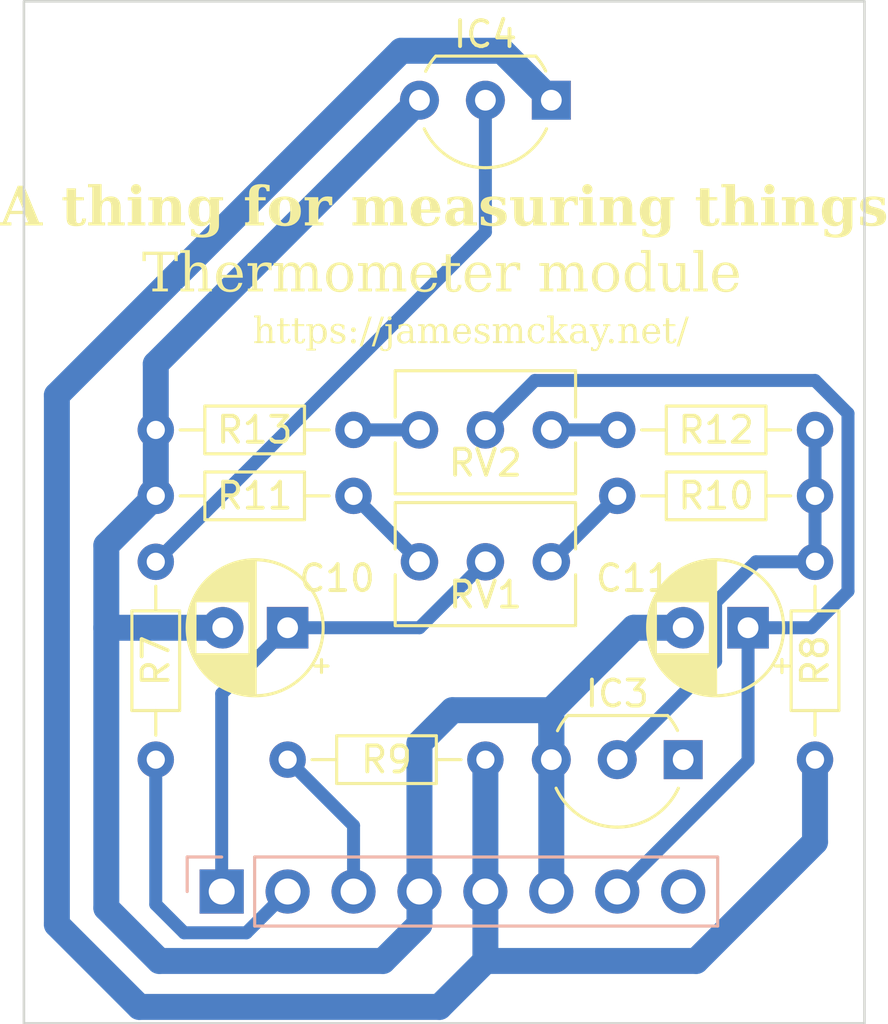
<source format=kicad_pcb>
(kicad_pcb (version 20221018) (generator pcbnew)
  (layers (0 "F.Cu" signal) (31 "B.Cu" signal) (34 "B.Paste" user) (35 "F.Paste" user) (36 "B.SilkS" user "B.Silkscreen") (37 "F.SilkS" user "F.Silkscreen") (38 "B.Mask" user) (39 "F.Mask" user) (44 "Edge.Cuts" user))
  (net 0 "")
  (net 1 "Net-(IC3-K)")
  (net 2 "Net-(R10-Pad2)")
  (net 3 "Net-(R11-Pad1)")
  (net 4 "Net-(R12-Pad2)")
  (net 5 "Net-(R13-Pad1)")
  (net 6 "Net-(J5-Pin_1)")
  (net 7 "Net-(J5-Pin_7)")
  (net 8 "Net-(IC3-A)")
  (net 9 "Net-(IC4-+V_{S})")
  (net 10 "Net-(IC4-V_{OUT})")
  (net 11 "Net-(J5-Pin_2)")
  (net 13 "Net-(J5-Pin_3)")
  (footprint "Resistor_THT:R_Axial_DIN0204_L3.6mm_D1.6mm_P7.62mm_Horizontal" (layer "F.Cu") (at 153.9875 74.295 180)
    (fp_text reference "R9" (at 3.81 0) (layer "F.SilkS"))
    (fp_text value "27k" hide)
    (fp_line (start 0.94 0) (end 1.89 0) (stroke (width 0.12)) (layer "F.SilkS"))
    (fp_line (start 1.89 -0.92) (end 1.89 0.92) (stroke (width 0.12)) (layer "F.SilkS"))
    (fp_line (start 1.89 0.92) (end 5.73 0.92) (stroke (width 0.12)) (layer "F.SilkS"))
    (fp_line (start 5.73 -0.92) (end 1.89 -0.92) (stroke (width 0.12)) (layer "F.SilkS"))
    (fp_line (start 5.73 0.92) (end 5.73 -0.92) (stroke (width 0.12)) (layer "F.SilkS"))
    (fp_line (start 6.68 0) (end 5.73 0) (stroke (width 0.12)) (layer "F.SilkS"))
    (pad "1" thru_hole circle (at 0 0 180) (size 1.4 1.4) (drill 0.7) (layers "*.Cu" "*.Mask") (net 9 "Net-(IC4-+V_{S})"))
    (pad "2" thru_hole oval (at 7.62 0 180) (size 1.4 1.4) (drill 0.7) (layers "*.Cu" "*.Mask") (net 13 "Net-(J5-Pin_3)"))
  )
  (footprint "Package_TO_SOT_THT:TO-92L_Inline_Wide" (layer "F.Cu") (at 156.5275 48.895 180)
    (fp_text reference "IC4" (at 2.54 2.54 180) (layer "F.SilkS"))
    (fp_text value "TMP36" hide)
    (fp_line (start 0.6 1.7) (end 4.45 1.7) (stroke (width 0.12)) (layer "F.SilkS"))
    (fp_arc (start 0.1836 -1.098807) (mid 1.143021 -2.192817) (end 2.54 -2.6) (stroke (width 0.12)) (layer "F.SilkS"))
    (fp_arc (start 0.6 1.7) (mid 0.389183 1.423933) (end 0.217369 1.122045) (stroke (width 0.12)) (layer "F.SilkS"))
    (fp_arc (start 2.54 -2.6) (mid 3.936979 -2.192818) (end 4.8964 -1.098807) (stroke (width 0.12)) (layer "F.SilkS"))
    (fp_arc (start 4.842383 1.112264) (mid 4.666594 1.419753) (end 4.45 1.7) (stroke (width 0.12)) (layer "F.SilkS"))
    (pad "1" thru_hole rect (at 0 0 180) (size 1.5 1.5) (drill 0.8) (layers "*.Cu" "*.Mask") (net 9 "Net-(IC4-+V_{S})"))
    (pad "2" thru_hole circle (at 2.54 0 180) (size 1.5 1.5) (drill 0.8) (layers "*.Cu" "*.Mask") (net 10 "Net-(IC4-V_{OUT})"))
    (pad "3" thru_hole circle (at 5.08 0 180) (size 1.5 1.5) (drill 0.8) (layers "*.Cu" "*.Mask") (net 8 "Net-(IC3-A)"))
  )
  (footprint "Resistor_THT:R_Axial_DIN0204_L3.6mm_D1.6mm_P7.62mm_Horizontal" (layer "F.Cu") (at 166.6875 64.135 180)
    (fp_text reference "R10" (at 3.81 0) (layer "F.SilkS"))
    (fp_text value "100k" hide)
    (fp_line (start 0.94 0) (end 1.89 0) (stroke (width 0.12)) (layer "F.SilkS"))
    (fp_line (start 1.89 -0.92) (end 1.89 0.92) (stroke (width 0.12)) (layer "F.SilkS"))
    (fp_line (start 1.89 0.92) (end 5.73 0.92) (stroke (width 0.12)) (layer "F.SilkS"))
    (fp_line (start 5.73 -0.92) (end 1.89 -0.92) (stroke (width 0.12)) (layer "F.SilkS"))
    (fp_line (start 5.73 0.92) (end 5.73 -0.92) (stroke (width 0.12)) (layer "F.SilkS"))
    (fp_line (start 6.68 0) (end 5.73 0) (stroke (width 0.12)) (layer "F.SilkS"))
    (pad "1" thru_hole circle (at 0 0 180) (size 1.4 1.4) (drill 0.7) (layers "*.Cu" "*.Mask") (net 1 "Net-(IC3-K)"))
    (pad "2" thru_hole oval (at 7.62 0 180) (size 1.4 1.4) (drill 0.7) (layers "*.Cu" "*.Mask") (net 2 "Net-(R10-Pad2)"))
  )
  (footprint "Resistor_THT:R_Axial_DIN0204_L3.6mm_D1.6mm_P7.62mm_Horizontal" (layer "F.Cu") (at 166.6875 61.595 180)
    (fp_text reference "R12" (at 3.81 0) (layer "F.SilkS"))
    (fp_text value "20k" hide)
    (fp_line (start 0.94 0) (end 1.89 0) (stroke (width 0.12)) (layer "F.SilkS"))
    (fp_line (start 1.89 -0.92) (end 1.89 0.92) (stroke (width 0.12)) (layer "F.SilkS"))
    (fp_line (start 1.89 0.92) (end 5.73 0.92) (stroke (width 0.12)) (layer "F.SilkS"))
    (fp_line (start 5.73 -0.92) (end 1.89 -0.92) (stroke (width 0.12)) (layer "F.SilkS"))
    (fp_line (start 5.73 0.92) (end 5.73 -0.92) (stroke (width 0.12)) (layer "F.SilkS"))
    (fp_line (start 6.68 0) (end 5.73 0) (stroke (width 0.12)) (layer "F.SilkS"))
    (pad "1" thru_hole circle (at 0 0 180) (size 1.4 1.4) (drill 0.7) (layers "*.Cu" "*.Mask") (net 1 "Net-(IC3-K)"))
    (pad "2" thru_hole oval (at 7.62 0 180) (size 1.4 1.4) (drill 0.7) (layers "*.Cu" "*.Mask") (net 4 "Net-(R12-Pad2)"))
  )
  (footprint "Capacitor_THT:CP_Radial_D5.0mm_P2.50mm" (layer "F.Cu") (at 164.1075 69.215 180)
    (fp_text reference "C11" (at 4.405 1.905) (layer "F.SilkS"))
    (fp_text value "1uF" hide)
    (fp_line (start -1.554775 -1.475) (end -1.054775 -1.475) (stroke (width 0.12)) (layer "F.SilkS"))
    (fp_line (start -1.304775 -1.725) (end -1.304775 -1.225) (stroke (width 0.12)) (layer "F.SilkS"))
    (fp_line (start 1.25 -2.58) (end 1.25 2.58) (stroke (width 0.12)) (layer "F.SilkS"))
    (fp_line (start 1.29 -2.58) (end 1.29 2.58) (stroke (width 0.12)) (layer "F.SilkS"))
    (fp_line (start 1.33 -2.579) (end 1.33 2.579) (stroke (width 0.12)) (layer "F.SilkS"))
    (fp_line (start 1.37 -2.578) (end 1.37 2.578) (stroke (width 0.12)) (layer "F.SilkS"))
    (fp_line (start 1.41 -2.576) (end 1.41 2.576) (stroke (width 0.12)) (layer "F.SilkS"))
    (fp_line (start 1.45 -2.573) (end 1.45 2.573) (stroke (width 0.12)) (layer "F.SilkS"))
    (fp_line (start 1.49 -2.569) (end 1.49 -1.04) (stroke (width 0.12)) (layer "F.SilkS"))
    (fp_line (start 1.49 1.04) (end 1.49 2.569) (stroke (width 0.12)) (layer "F.SilkS"))
    (fp_line (start 1.53 -2.565) (end 1.53 -1.04) (stroke (width 0.12)) (layer "F.SilkS"))
    (fp_line (start 1.53 1.04) (end 1.53 2.565) (stroke (width 0.12)) (layer "F.SilkS"))
    (fp_line (start 1.57 -2.561) (end 1.57 -1.04) (stroke (width 0.12)) (layer "F.SilkS"))
    (fp_line (start 1.57 1.04) (end 1.57 2.561) (stroke (width 0.12)) (layer "F.SilkS"))
    (fp_line (start 1.61 -2.556) (end 1.61 -1.04) (stroke (width 0.12)) (layer "F.SilkS"))
    (fp_line (start 1.61 1.04) (end 1.61 2.556) (stroke (width 0.12)) (layer "F.SilkS"))
    (fp_line (start 1.65 -2.55) (end 1.65 -1.04) (stroke (width 0.12)) (layer "F.SilkS"))
    (fp_line (start 1.65 1.04) (end 1.65 2.55) (stroke (width 0.12)) (layer "F.SilkS"))
    (fp_line (start 1.69 -2.543) (end 1.69 -1.04) (stroke (width 0.12)) (layer "F.SilkS"))
    (fp_line (start 1.69 1.04) (end 1.69 2.543) (stroke (width 0.12)) (layer "F.SilkS"))
    (fp_line (start 1.73 -2.536) (end 1.73 -1.04) (stroke (width 0.12)) (layer "F.SilkS"))
    (fp_line (start 1.73 1.04) (end 1.73 2.536) (stroke (width 0.12)) (layer "F.SilkS"))
    (fp_line (start 1.77 -2.528) (end 1.77 -1.04) (stroke (width 0.12)) (layer "F.SilkS"))
    (fp_line (start 1.77 1.04) (end 1.77 2.528) (stroke (width 0.12)) (layer "F.SilkS"))
    (fp_line (start 1.81 -2.52) (end 1.81 -1.04) (stroke (width 0.12)) (layer "F.SilkS"))
    (fp_line (start 1.81 1.04) (end 1.81 2.52) (stroke (width 0.12)) (layer "F.SilkS"))
    (fp_line (start 1.85 -2.511) (end 1.85 -1.04) (stroke (width 0.12)) (layer "F.SilkS"))
    (fp_line (start 1.85 1.04) (end 1.85 2.511) (stroke (width 0.12)) (layer "F.SilkS"))
    (fp_line (start 1.89 -2.501) (end 1.89 -1.04) (stroke (width 0.12)) (layer "F.SilkS"))
    (fp_line (start 1.89 1.04) (end 1.89 2.501) (stroke (width 0.12)) (layer "F.SilkS"))
    (fp_line (start 1.93 -2.491) (end 1.93 -1.04) (stroke (width 0.12)) (layer "F.SilkS"))
    (fp_line (start 1.93 1.04) (end 1.93 2.491) (stroke (width 0.12)) (layer "F.SilkS"))
    (fp_line (start 1.971 -2.48) (end 1.971 -1.04) (stroke (width 0.12)) (layer "F.SilkS"))
    (fp_line (start 1.971 1.04) (end 1.971 2.48) (stroke (width 0.12)) (layer "F.SilkS"))
    (fp_line (start 2.011 -2.468) (end 2.011 -1.04) (stroke (width 0.12)) (layer "F.SilkS"))
    (fp_line (start 2.011 1.04) (end 2.011 2.468) (stroke (width 0.12)) (layer "F.SilkS"))
    (fp_line (start 2.051 -2.455) (end 2.051 -1.04) (stroke (width 0.12)) (layer "F.SilkS"))
    (fp_line (start 2.051 1.04) (end 2.051 2.455) (stroke (width 0.12)) (layer "F.SilkS"))
    (fp_line (start 2.091 -2.442) (end 2.091 -1.04) (stroke (width 0.12)) (layer "F.SilkS"))
    (fp_line (start 2.091 1.04) (end 2.091 2.442) (stroke (width 0.12)) (layer "F.SilkS"))
    (fp_line (start 2.131 -2.428) (end 2.131 -1.04) (stroke (width 0.12)) (layer "F.SilkS"))
    (fp_line (start 2.131 1.04) (end 2.131 2.428) (stroke (width 0.12)) (layer "F.SilkS"))
    (fp_line (start 2.171 -2.414) (end 2.171 -1.04) (stroke (width 0.12)) (layer "F.SilkS"))
    (fp_line (start 2.171 1.04) (end 2.171 2.414) (stroke (width 0.12)) (layer "F.SilkS"))
    (fp_line (start 2.211 -2.398) (end 2.211 -1.04) (stroke (width 0.12)) (layer "F.SilkS"))
    (fp_line (start 2.211 1.04) (end 2.211 2.398) (stroke (width 0.12)) (layer "F.SilkS"))
    (fp_line (start 2.251 -2.382) (end 2.251 -1.04) (stroke (width 0.12)) (layer "F.SilkS"))
    (fp_line (start 2.251 1.04) (end 2.251 2.382) (stroke (width 0.12)) (layer "F.SilkS"))
    (fp_line (start 2.291 -2.365) (end 2.291 -1.04) (stroke (width 0.12)) (layer "F.SilkS"))
    (fp_line (start 2.291 1.04) (end 2.291 2.365) (stroke (width 0.12)) (layer "F.SilkS"))
    (fp_line (start 2.331 -2.348) (end 2.331 -1.04) (stroke (width 0.12)) (layer "F.SilkS"))
    (fp_line (start 2.331 1.04) (end 2.331 2.348) (stroke (width 0.12)) (layer "F.SilkS"))
    (fp_line (start 2.371 -2.329) (end 2.371 -1.04) (stroke (width 0.12)) (layer "F.SilkS"))
    (fp_line (start 2.371 1.04) (end 2.371 2.329) (stroke (width 0.12)) (layer "F.SilkS"))
    (fp_line (start 2.411 -2.31) (end 2.411 -1.04) (stroke (width 0.12)) (layer "F.SilkS"))
    (fp_line (start 2.411 1.04) (end 2.411 2.31) (stroke (width 0.12)) (layer "F.SilkS"))
    (fp_line (start 2.451 -2.29) (end 2.451 -1.04) (stroke (width 0.12)) (layer "F.SilkS"))
    (fp_line (start 2.451 1.04) (end 2.451 2.29) (stroke (width 0.12)) (layer "F.SilkS"))
    (fp_line (start 2.491 -2.268) (end 2.491 -1.04) (stroke (width 0.12)) (layer "F.SilkS"))
    (fp_line (start 2.491 1.04) (end 2.491 2.268) (stroke (width 0.12)) (layer "F.SilkS"))
    (fp_line (start 2.531 -2.247) (end 2.531 -1.04) (stroke (width 0.12)) (layer "F.SilkS"))
    (fp_line (start 2.531 1.04) (end 2.531 2.247) (stroke (width 0.12)) (layer "F.SilkS"))
    (fp_line (start 2.571 -2.224) (end 2.571 -1.04) (stroke (width 0.12)) (layer "F.SilkS"))
    (fp_line (start 2.571 1.04) (end 2.571 2.224) (stroke (width 0.12)) (layer "F.SilkS"))
    (fp_line (start 2.611 -2.2) (end 2.611 -1.04) (stroke (width 0.12)) (layer "F.SilkS"))
    (fp_line (start 2.611 1.04) (end 2.611 2.2) (stroke (width 0.12)) (layer "F.SilkS"))
    (fp_line (start 2.651 -2.175) (end 2.651 -1.04) (stroke (width 0.12)) (layer "F.SilkS"))
    (fp_line (start 2.651 1.04) (end 2.651 2.175) (stroke (width 0.12)) (layer "F.SilkS"))
    (fp_line (start 2.691 -2.149) (end 2.691 -1.04) (stroke (width 0.12)) (layer "F.SilkS"))
    (fp_line (start 2.691 1.04) (end 2.691 2.149) (stroke (width 0.12)) (layer "F.SilkS"))
    (fp_line (start 2.731 -2.122) (end 2.731 -1.04) (stroke (width 0.12)) (layer "F.SilkS"))
    (fp_line (start 2.731 1.04) (end 2.731 2.122) (stroke (width 0.12)) (layer "F.SilkS"))
    (fp_line (start 2.771 -2.095) (end 2.771 -1.04) (stroke (width 0.12)) (layer "F.SilkS"))
    (fp_line (start 2.771 1.04) (end 2.771 2.095) (stroke (width 0.12)) (layer "F.SilkS"))
    (fp_line (start 2.811 -2.065) (end 2.811 -1.04) (stroke (width 0.12)) (layer "F.SilkS"))
    (fp_line (start 2.811 1.04) (end 2.811 2.065) (stroke (width 0.12)) (layer "F.SilkS"))
    (fp_line (start 2.851 -2.035) (end 2.851 -1.04) (stroke (width 0.12)) (layer "F.SilkS"))
    (fp_line (start 2.851 1.04) (end 2.851 2.035) (stroke (width 0.12)) (layer "F.SilkS"))
    (fp_line (start 2.891 -2.004) (end 2.891 -1.04) (stroke (width 0.12)) (layer "F.SilkS"))
    (fp_line (start 2.891 1.04) (end 2.891 2.004) (stroke (width 0.12)) (layer "F.SilkS"))
    (fp_line (start 2.931 -1.971) (end 2.931 -1.04) (stroke (width 0.12)) (layer "F.SilkS"))
    (fp_line (start 2.931 1.04) (end 2.931 1.971) (stroke (width 0.12)) (layer "F.SilkS"))
    (fp_line (start 2.971 -1.937) (end 2.971 -1.04) (stroke (width 0.12)) (layer "F.SilkS"))
    (fp_line (start 2.971 1.04) (end 2.971 1.937) (stroke (width 0.12)) (layer "F.SilkS"))
    (fp_line (start 3.011 -1.901) (end 3.011 -1.04) (stroke (width 0.12)) (layer "F.SilkS"))
    (fp_line (start 3.011 1.04) (end 3.011 1.901) (stroke (width 0.12)) (layer "F.SilkS"))
    (fp_line (start 3.051 -1.864) (end 3.051 -1.04) (stroke (width 0.12)) (layer "F.SilkS"))
    (fp_line (start 3.051 1.04) (end 3.051 1.864) (stroke (width 0.12)) (layer "F.SilkS"))
    (fp_line (start 3.091 -1.826) (end 3.091 -1.04) (stroke (width 0.12)) (layer "F.SilkS"))
    (fp_line (start 3.091 1.04) (end 3.091 1.826) (stroke (width 0.12)) (layer "F.SilkS"))
    (fp_line (start 3.131 -1.785) (end 3.131 -1.04) (stroke (width 0.12)) (layer "F.SilkS"))
    (fp_line (start 3.131 1.04) (end 3.131 1.785) (stroke (width 0.12)) (layer "F.SilkS"))
    (fp_line (start 3.171 -1.743) (end 3.171 -1.04) (stroke (width 0.12)) (layer "F.SilkS"))
    (fp_line (start 3.171 1.04) (end 3.171 1.743) (stroke (width 0.12)) (layer "F.SilkS"))
    (fp_line (start 3.211 -1.699) (end 3.211 -1.04) (stroke (width 0.12)) (layer "F.SilkS"))
    (fp_line (start 3.211 1.04) (end 3.211 1.699) (stroke (width 0.12)) (layer "F.SilkS"))
    (fp_line (start 3.251 -1.653) (end 3.251 -1.04) (stroke (width 0.12)) (layer "F.SilkS"))
    (fp_line (start 3.251 1.04) (end 3.251 1.653) (stroke (width 0.12)) (layer "F.SilkS"))
    (fp_line (start 3.291 -1.605) (end 3.291 -1.04) (stroke (width 0.12)) (layer "F.SilkS"))
    (fp_line (start 3.291 1.04) (end 3.291 1.605) (stroke (width 0.12)) (layer "F.SilkS"))
    (fp_line (start 3.331 -1.554) (end 3.331 -1.04) (stroke (width 0.12)) (layer "F.SilkS"))
    (fp_line (start 3.331 1.04) (end 3.331 1.554) (stroke (width 0.12)) (layer "F.SilkS"))
    (fp_line (start 3.371 -1.5) (end 3.371 -1.04) (stroke (width 0.12)) (layer "F.SilkS"))
    (fp_line (start 3.371 1.04) (end 3.371 1.5) (stroke (width 0.12)) (layer "F.SilkS"))
    (fp_line (start 3.411 -1.443) (end 3.411 -1.04) (stroke (width 0.12)) (layer "F.SilkS"))
    (fp_line (start 3.411 1.04) (end 3.411 1.443) (stroke (width 0.12)) (layer "F.SilkS"))
    (fp_line (start 3.451 -1.383) (end 3.451 -1.04) (stroke (width 0.12)) (layer "F.SilkS"))
    (fp_line (start 3.451 1.04) (end 3.451 1.383) (stroke (width 0.12)) (layer "F.SilkS"))
    (fp_line (start 3.491 -1.319) (end 3.491 -1.04) (stroke (width 0.12)) (layer "F.SilkS"))
    (fp_line (start 3.491 1.04) (end 3.491 1.319) (stroke (width 0.12)) (layer "F.SilkS"))
    (fp_line (start 3.531 -1.251) (end 3.531 -1.04) (stroke (width 0.12)) (layer "F.SilkS"))
    (fp_line (start 3.531 1.04) (end 3.531 1.251) (stroke (width 0.12)) (layer "F.SilkS"))
    (fp_line (start 3.571 -1.178) (end 3.571 1.178) (stroke (width 0.12)) (layer "F.SilkS"))
    (fp_line (start 3.611 -1.098) (end 3.611 1.098) (stroke (width 0.12)) (layer "F.SilkS"))
    (fp_line (start 3.651 -1.011) (end 3.651 1.011) (stroke (width 0.12)) (layer "F.SilkS"))
    (fp_line (start 3.691 -0.915) (end 3.691 0.915) (stroke (width 0.12)) (layer "F.SilkS"))
    (fp_line (start 3.731 -0.805) (end 3.731 0.805) (stroke (width 0.12)) (layer "F.SilkS"))
    (fp_line (start 3.771 -0.677) (end 3.771 0.677) (stroke (width 0.12)) (layer "F.SilkS"))
    (fp_line (start 3.811 -0.518) (end 3.811 0.518) (stroke (width 0.12)) (layer "F.SilkS"))
    (fp_line (start 3.851 -0.284) (end 3.851 0.284) (stroke (width 0.12)) (layer "F.SilkS"))
    (fp_circle (center 1.25 0) (end 3.87 0) (stroke (width 0.12)) (fill none) (layer "F.SilkS"))
    (pad "1" thru_hole rect (at 0 0 180) (size 1.6 1.6) (drill 0.8) (layers "*.Cu" "*.Mask") (net 7 "Net-(J5-Pin_7)"))
    (pad "2" thru_hole circle (at 2.5 0 180) (size 1.6 1.6) (drill 0.8) (layers "*.Cu" "*.Mask") (net 8 "Net-(IC3-A)"))
  )
  (footprint "Capacitor_THT:CP_Radial_D5.0mm_P2.50mm" (layer "F.Cu") (at 146.3675 69.215 180)
    (fp_text reference "C10" (at -1.905 1.905 180) (layer "F.SilkS"))
    (fp_text value "1uF" hide)
    (fp_line (start -1.554775 -1.475) (end -1.054775 -1.475) (stroke (width 0.12)) (layer "F.SilkS"))
    (fp_line (start -1.304775 -1.725) (end -1.304775 -1.225) (stroke (width 0.12)) (layer "F.SilkS"))
    (fp_line (start 1.25 -2.58) (end 1.25 2.58) (stroke (width 0.12)) (layer "F.SilkS"))
    (fp_line (start 1.29 -2.58) (end 1.29 2.58) (stroke (width 0.12)) (layer "F.SilkS"))
    (fp_line (start 1.33 -2.579) (end 1.33 2.579) (stroke (width 0.12)) (layer "F.SilkS"))
    (fp_line (start 1.37 -2.578) (end 1.37 2.578) (stroke (width 0.12)) (layer "F.SilkS"))
    (fp_line (start 1.41 -2.576) (end 1.41 2.576) (stroke (width 0.12)) (layer "F.SilkS"))
    (fp_line (start 1.45 -2.573) (end 1.45 2.573) (stroke (width 0.12)) (layer "F.SilkS"))
    (fp_line (start 1.49 -2.569) (end 1.49 -1.04) (stroke (width 0.12)) (layer "F.SilkS"))
    (fp_line (start 1.49 1.04) (end 1.49 2.569) (stroke (width 0.12)) (layer "F.SilkS"))
    (fp_line (start 1.53 -2.565) (end 1.53 -1.04) (stroke (width 0.12)) (layer "F.SilkS"))
    (fp_line (start 1.53 1.04) (end 1.53 2.565) (stroke (width 0.12)) (layer "F.SilkS"))
    (fp_line (start 1.57 -2.561) (end 1.57 -1.04) (stroke (width 0.12)) (layer "F.SilkS"))
    (fp_line (start 1.57 1.04) (end 1.57 2.561) (stroke (width 0.12)) (layer "F.SilkS"))
    (fp_line (start 1.61 -2.556) (end 1.61 -1.04) (stroke (width 0.12)) (layer "F.SilkS"))
    (fp_line (start 1.61 1.04) (end 1.61 2.556) (stroke (width 0.12)) (layer "F.SilkS"))
    (fp_line (start 1.65 -2.55) (end 1.65 -1.04) (stroke (width 0.12)) (layer "F.SilkS"))
    (fp_line (start 1.65 1.04) (end 1.65 2.55) (stroke (width 0.12)) (layer "F.SilkS"))
    (fp_line (start 1.69 -2.543) (end 1.69 -1.04) (stroke (width 0.12)) (layer "F.SilkS"))
    (fp_line (start 1.69 1.04) (end 1.69 2.543) (stroke (width 0.12)) (layer "F.SilkS"))
    (fp_line (start 1.73 -2.536) (end 1.73 -1.04) (stroke (width 0.12)) (layer "F.SilkS"))
    (fp_line (start 1.73 1.04) (end 1.73 2.536) (stroke (width 0.12)) (layer "F.SilkS"))
    (fp_line (start 1.77 -2.528) (end 1.77 -1.04) (stroke (width 0.12)) (layer "F.SilkS"))
    (fp_line (start 1.77 1.04) (end 1.77 2.528) (stroke (width 0.12)) (layer "F.SilkS"))
    (fp_line (start 1.81 -2.52) (end 1.81 -1.04) (stroke (width 0.12)) (layer "F.SilkS"))
    (fp_line (start 1.81 1.04) (end 1.81 2.52) (stroke (width 0.12)) (layer "F.SilkS"))
    (fp_line (start 1.85 -2.511) (end 1.85 -1.04) (stroke (width 0.12)) (layer "F.SilkS"))
    (fp_line (start 1.85 1.04) (end 1.85 2.511) (stroke (width 0.12)) (layer "F.SilkS"))
    (fp_line (start 1.89 -2.501) (end 1.89 -1.04) (stroke (width 0.12)) (layer "F.SilkS"))
    (fp_line (start 1.89 1.04) (end 1.89 2.501) (stroke (width 0.12)) (layer "F.SilkS"))
    (fp_line (start 1.93 -2.491) (end 1.93 -1.04) (stroke (width 0.12)) (layer "F.SilkS"))
    (fp_line (start 1.93 1.04) (end 1.93 2.491) (stroke (width 0.12)) (layer "F.SilkS"))
    (fp_line (start 1.971 -2.48) (end 1.971 -1.04) (stroke (width 0.12)) (layer "F.SilkS"))
    (fp_line (start 1.971 1.04) (end 1.971 2.48) (stroke (width 0.12)) (layer "F.SilkS"))
    (fp_line (start 2.011 -2.468) (end 2.011 -1.04) (stroke (width 0.12)) (layer "F.SilkS"))
    (fp_line (start 2.011 1.04) (end 2.011 2.468) (stroke (width 0.12)) (layer "F.SilkS"))
    (fp_line (start 2.051 -2.455) (end 2.051 -1.04) (stroke (width 0.12)) (layer "F.SilkS"))
    (fp_line (start 2.051 1.04) (end 2.051 2.455) (stroke (width 0.12)) (layer "F.SilkS"))
    (fp_line (start 2.091 -2.442) (end 2.091 -1.04) (stroke (width 0.12)) (layer "F.SilkS"))
    (fp_line (start 2.091 1.04) (end 2.091 2.442) (stroke (width 0.12)) (layer "F.SilkS"))
    (fp_line (start 2.131 -2.428) (end 2.131 -1.04) (stroke (width 0.12)) (layer "F.SilkS"))
    (fp_line (start 2.131 1.04) (end 2.131 2.428) (stroke (width 0.12)) (layer "F.SilkS"))
    (fp_line (start 2.171 -2.414) (end 2.171 -1.04) (stroke (width 0.12)) (layer "F.SilkS"))
    (fp_line (start 2.171 1.04) (end 2.171 2.414) (stroke (width 0.12)) (layer "F.SilkS"))
    (fp_line (start 2.211 -2.398) (end 2.211 -1.04) (stroke (width 0.12)) (layer "F.SilkS"))
    (fp_line (start 2.211 1.04) (end 2.211 2.398) (stroke (width 0.12)) (layer "F.SilkS"))
    (fp_line (start 2.251 -2.382) (end 2.251 -1.04) (stroke (width 0.12)) (layer "F.SilkS"))
    (fp_line (start 2.251 1.04) (end 2.251 2.382) (stroke (width 0.12)) (layer "F.SilkS"))
    (fp_line (start 2.291 -2.365) (end 2.291 -1.04) (stroke (width 0.12)) (layer "F.SilkS"))
    (fp_line (start 2.291 1.04) (end 2.291 2.365) (stroke (width 0.12)) (layer "F.SilkS"))
    (fp_line (start 2.331 -2.348) (end 2.331 -1.04) (stroke (width 0.12)) (layer "F.SilkS"))
    (fp_line (start 2.331 1.04) (end 2.331 2.348) (stroke (width 0.12)) (layer "F.SilkS"))
    (fp_line (start 2.371 -2.329) (end 2.371 -1.04) (stroke (width 0.12)) (layer "F.SilkS"))
    (fp_line (start 2.371 1.04) (end 2.371 2.329) (stroke (width 0.12)) (layer "F.SilkS"))
    (fp_line (start 2.411 -2.31) (end 2.411 -1.04) (stroke (width 0.12)) (layer "F.SilkS"))
    (fp_line (start 2.411 1.04) (end 2.411 2.31) (stroke (width 0.12)) (layer "F.SilkS"))
    (fp_line (start 2.451 -2.29) (end 2.451 -1.04) (stroke (width 0.12)) (layer "F.SilkS"))
    (fp_line (start 2.451 1.04) (end 2.451 2.29) (stroke (width 0.12)) (layer "F.SilkS"))
    (fp_line (start 2.491 -2.268) (end 2.491 -1.04) (stroke (width 0.12)) (layer "F.SilkS"))
    (fp_line (start 2.491 1.04) (end 2.491 2.268) (stroke (width 0.12)) (layer "F.SilkS"))
    (fp_line (start 2.531 -2.247) (end 2.531 -1.04) (stroke (width 0.12)) (layer "F.SilkS"))
    (fp_line (start 2.531 1.04) (end 2.531 2.247) (stroke (width 0.12)) (layer "F.SilkS"))
    (fp_line (start 2.571 -2.224) (end 2.571 -1.04) (stroke (width 0.12)) (layer "F.SilkS"))
    (fp_line (start 2.571 1.04) (end 2.571 2.224) (stroke (width 0.12)) (layer "F.SilkS"))
    (fp_line (start 2.611 -2.2) (end 2.611 -1.04) (stroke (width 0.12)) (layer "F.SilkS"))
    (fp_line (start 2.611 1.04) (end 2.611 2.2) (stroke (width 0.12)) (layer "F.SilkS"))
    (fp_line (start 2.651 -2.175) (end 2.651 -1.04) (stroke (width 0.12)) (layer "F.SilkS"))
    (fp_line (start 2.651 1.04) (end 2.651 2.175) (stroke (width 0.12)) (layer "F.SilkS"))
    (fp_line (start 2.691 -2.149) (end 2.691 -1.04) (stroke (width 0.12)) (layer "F.SilkS"))
    (fp_line (start 2.691 1.04) (end 2.691 2.149) (stroke (width 0.12)) (layer "F.SilkS"))
    (fp_line (start 2.731 -2.122) (end 2.731 -1.04) (stroke (width 0.12)) (layer "F.SilkS"))
    (fp_line (start 2.731 1.04) (end 2.731 2.122) (stroke (width 0.12)) (layer "F.SilkS"))
    (fp_line (start 2.771 -2.095) (end 2.771 -1.04) (stroke (width 0.12)) (layer "F.SilkS"))
    (fp_line (start 2.771 1.04) (end 2.771 2.095) (stroke (width 0.12)) (layer "F.SilkS"))
    (fp_line (start 2.811 -2.065) (end 2.811 -1.04) (stroke (width 0.12)) (layer "F.SilkS"))
    (fp_line (start 2.811 1.04) (end 2.811 2.065) (stroke (width 0.12)) (layer "F.SilkS"))
    (fp_line (start 2.851 -2.035) (end 2.851 -1.04) (stroke (width 0.12)) (layer "F.SilkS"))
    (fp_line (start 2.851 1.04) (end 2.851 2.035) (stroke (width 0.12)) (layer "F.SilkS"))
    (fp_line (start 2.891 -2.004) (end 2.891 -1.04) (stroke (width 0.12)) (layer "F.SilkS"))
    (fp_line (start 2.891 1.04) (end 2.891 2.004) (stroke (width 0.12)) (layer "F.SilkS"))
    (fp_line (start 2.931 -1.971) (end 2.931 -1.04) (stroke (width 0.12)) (layer "F.SilkS"))
    (fp_line (start 2.931 1.04) (end 2.931 1.971) (stroke (width 0.12)) (layer "F.SilkS"))
    (fp_line (start 2.971 -1.937) (end 2.971 -1.04) (stroke (width 0.12)) (layer "F.SilkS"))
    (fp_line (start 2.971 1.04) (end 2.971 1.937) (stroke (width 0.12)) (layer "F.SilkS"))
    (fp_line (start 3.011 -1.901) (end 3.011 -1.04) (stroke (width 0.12)) (layer "F.SilkS"))
    (fp_line (start 3.011 1.04) (end 3.011 1.901) (stroke (width 0.12)) (layer "F.SilkS"))
    (fp_line (start 3.051 -1.864) (end 3.051 -1.04) (stroke (width 0.12)) (layer "F.SilkS"))
    (fp_line (start 3.051 1.04) (end 3.051 1.864) (stroke (width 0.12)) (layer "F.SilkS"))
    (fp_line (start 3.091 -1.826) (end 3.091 -1.04) (stroke (width 0.12)) (layer "F.SilkS"))
    (fp_line (start 3.091 1.04) (end 3.091 1.826) (stroke (width 0.12)) (layer "F.SilkS"))
    (fp_line (start 3.131 -1.785) (end 3.131 -1.04) (stroke (width 0.12)) (layer "F.SilkS"))
    (fp_line (start 3.131 1.04) (end 3.131 1.785) (stroke (width 0.12)) (layer "F.SilkS"))
    (fp_line (start 3.171 -1.743) (end 3.171 -1.04) (stroke (width 0.12)) (layer "F.SilkS"))
    (fp_line (start 3.171 1.04) (end 3.171 1.743) (stroke (width 0.12)) (layer "F.SilkS"))
    (fp_line (start 3.211 -1.699) (end 3.211 -1.04) (stroke (width 0.12)) (layer "F.SilkS"))
    (fp_line (start 3.211 1.04) (end 3.211 1.699) (stroke (width 0.12)) (layer "F.SilkS"))
    (fp_line (start 3.251 -1.653) (end 3.251 -1.04) (stroke (width 0.12)) (layer "F.SilkS"))
    (fp_line (start 3.251 1.04) (end 3.251 1.653) (stroke (width 0.12)) (layer "F.SilkS"))
    (fp_line (start 3.291 -1.605) (end 3.291 -1.04) (stroke (width 0.12)) (layer "F.SilkS"))
    (fp_line (start 3.291 1.04) (end 3.291 1.605) (stroke (width 0.12)) (layer "F.SilkS"))
    (fp_line (start 3.331 -1.554) (end 3.331 -1.04) (stroke (width 0.12)) (layer "F.SilkS"))
    (fp_line (start 3.331 1.04) (end 3.331 1.554) (stroke (width 0.12)) (layer "F.SilkS"))
    (fp_line (start 3.371 -1.5) (end 3.371 -1.04) (stroke (width 0.12)) (layer "F.SilkS"))
    (fp_line (start 3.371 1.04) (end 3.371 1.5) (stroke (width 0.12)) (layer "F.SilkS"))
    (fp_line (start 3.411 -1.443) (end 3.411 -1.04) (stroke (width 0.12)) (layer "F.SilkS"))
    (fp_line (start 3.411 1.04) (end 3.411 1.443) (stroke (width 0.12)) (layer "F.SilkS"))
    (fp_line (start 3.451 -1.383) (end 3.451 -1.04) (stroke (width 0.12)) (layer "F.SilkS"))
    (fp_line (start 3.451 1.04) (end 3.451 1.383) (stroke (width 0.12)) (layer "F.SilkS"))
    (fp_line (start 3.491 -1.319) (end 3.491 -1.04) (stroke (width 0.12)) (layer "F.SilkS"))
    (fp_line (start 3.491 1.04) (end 3.491 1.319) (stroke (width 0.12)) (layer "F.SilkS"))
    (fp_line (start 3.531 -1.251) (end 3.531 -1.04) (stroke (width 0.12)) (layer "F.SilkS"))
    (fp_line (start 3.531 1.04) (end 3.531 1.251) (stroke (width 0.12)) (layer "F.SilkS"))
    (fp_line (start 3.571 -1.178) (end 3.571 1.178) (stroke (width 0.12)) (layer "F.SilkS"))
    (fp_line (start 3.611 -1.098) (end 3.611 1.098) (stroke (width 0.12)) (layer "F.SilkS"))
    (fp_line (start 3.651 -1.011) (end 3.651 1.011) (stroke (width 0.12)) (layer "F.SilkS"))
    (fp_line (start 3.691 -0.915) (end 3.691 0.915) (stroke (width 0.12)) (layer "F.SilkS"))
    (fp_line (start 3.731 -0.805) (end 3.731 0.805) (stroke (width 0.12)) (layer "F.SilkS"))
    (fp_line (start 3.771 -0.677) (end 3.771 0.677) (stroke (width 0.12)) (layer "F.SilkS"))
    (fp_line (start 3.811 -0.518) (end 3.811 0.518) (stroke (width 0.12)) (layer "F.SilkS"))
    (fp_line (start 3.851 -0.284) (end 3.851 0.284) (stroke (width 0.12)) (layer "F.SilkS"))
    (fp_circle (center 1.25 0) (end 3.87 0) (stroke (width 0.12)) (fill none) (layer "F.SilkS"))
    (pad "1" thru_hole rect (at 0 0 180) (size 1.6 1.6) (drill 0.8) (layers "*.Cu" "*.Mask") (net 6 "Net-(J5-Pin_1)"))
    (pad "2" thru_hole circle (at 2.5 0 180) (size 1.6 1.6) (drill 0.8) (layers "*.Cu" "*.Mask") (net 8 "Net-(IC3-A)"))
  )
  (footprint "Resistor_THT:R_Axial_DIN0204_L3.6mm_D1.6mm_P7.62mm_Horizontal" (layer "F.Cu") (at 148.9075 64.135 180)
    (fp_text reference "R11" (at 3.81 0) (layer "F.SilkS"))
    (fp_text value "68k" hide)
    (fp_line (start 0.94 0) (end 1.89 0) (stroke (width 0.12)) (layer "F.SilkS"))
    (fp_line (start 1.89 -0.92) (end 1.89 0.92) (stroke (width 0.12)) (layer "F.SilkS"))
    (fp_line (start 1.89 0.92) (end 5.73 0.92) (stroke (width 0.12)) (layer "F.SilkS"))
    (fp_line (start 5.73 -0.92) (end 1.89 -0.92) (stroke (width 0.12)) (layer "F.SilkS"))
    (fp_line (start 5.73 0.92) (end 5.73 -0.92) (stroke (width 0.12)) (layer "F.SilkS"))
    (fp_line (start 6.68 0) (end 5.73 0) (stroke (width 0.12)) (layer "F.SilkS"))
    (pad "1" thru_hole circle (at 0 0 180) (size 1.4 1.4) (drill 0.7) (layers "*.Cu" "*.Mask") (net 3 "Net-(R11-Pad1)"))
    (pad "2" thru_hole oval (at 7.62 0 180) (size 1.4 1.4) (drill 0.7) (layers "*.Cu" "*.Mask") (net 8 "Net-(IC3-A)"))
  )
  (footprint "Potentiometer_THT:Potentiometer_Bourns_3266Y_Vertical" (layer "F.Cu") (at 156.5275 61.595)
    (fp_text reference "RV2" (at -2.54 1.27) (layer "F.SilkS"))
    (fp_text value "10k" hide)
    (fp_line (start -6.015 -2.28) (end -6.015 -0.494) (stroke (width 0.12)) (layer "F.SilkS"))
    (fp_line (start -6.015 -2.28) (end 0.935 -2.28) (stroke (width 0.12)) (layer "F.SilkS"))
    (fp_line (start -6.015 0.496) (end -6.015 2.46) (stroke (width 0.12)) (layer "F.SilkS"))
    (fp_line (start -6.015 2.46) (end 0.935 2.46) (stroke (width 0.12)) (layer "F.SilkS"))
    (fp_line (start 0.935 -2.28) (end 0.935 -0.494) (stroke (width 0.12)) (layer "F.SilkS"))
    (fp_line (start 0.935 0.496) (end 0.935 2.46) (stroke (width 0.12)) (layer "F.SilkS"))
    (pad "1" thru_hole circle (at 0 0) (size 1.44 1.44) (drill 0.8) (layers "*.Cu" "*.Mask") (net 4 "Net-(R12-Pad2)"))
    (pad "2" thru_hole circle (at -2.54 0) (size 1.44 1.44) (drill 0.8) (layers "*.Cu" "*.Mask") (net 7 "Net-(J5-Pin_7)"))
    (pad "3" thru_hole circle (at -5.08 0) (size 1.44 1.44) (drill 0.8) (layers "*.Cu" "*.Mask") (net 5 "Net-(R13-Pad1)"))
  )
  (footprint "MountingHole:MountingHole_3mm" (layer "F.Cu") (at 141.2875 48.895)
    (fp_text reference "REF**" hide)
    (fp_text value "MountingHole_3mm" hide)
    (pad "" np_thru_hole circle (at 0 0) (size 3 3) (drill 3) (layers "*.Cu" "*.Mask"))
  )
  (footprint "Resistor_THT:R_Axial_DIN0204_L3.6mm_D1.6mm_P7.62mm_Horizontal" (layer "F.Cu") (at 148.9075 61.595 180)
    (fp_text reference "R13" (at 3.81 0) (layer "F.SilkS"))
    (fp_text value "100k" hide)
    (fp_line (start 0.94 0) (end 1.89 0) (stroke (width 0.12)) (layer "F.SilkS"))
    (fp_line (start 1.89 -0.92) (end 1.89 0.92) (stroke (width 0.12)) (layer "F.SilkS"))
    (fp_line (start 1.89 0.92) (end 5.73 0.92) (stroke (width 0.12)) (layer "F.SilkS"))
    (fp_line (start 5.73 -0.92) (end 1.89 -0.92) (stroke (width 0.12)) (layer "F.SilkS"))
    (fp_line (start 5.73 0.92) (end 5.73 -0.92) (stroke (width 0.12)) (layer "F.SilkS"))
    (fp_line (start 6.68 0) (end 5.73 0) (stroke (width 0.12)) (layer "F.SilkS"))
    (pad "1" thru_hole circle (at 0 0 180) (size 1.4 1.4) (drill 0.7) (layers "*.Cu" "*.Mask") (net 5 "Net-(R13-Pad1)"))
    (pad "2" thru_hole oval (at 7.62 0 180) (size 1.4 1.4) (drill 0.7) (layers "*.Cu" "*.Mask") (net 8 "Net-(IC3-A)"))
  )
  (footprint "Resistor_THT:R_Axial_DIN0204_L3.6mm_D1.6mm_P7.62mm_Horizontal" (layer "F.Cu") (at 141.2875 66.675 -90)
    (fp_text reference "R7" (at 3.81 0 90) (layer "F.SilkS"))
    (fp_text value "33k" hide)
    (fp_line (start 0.94 0) (end 1.89 0) (stroke (width 0.12)) (layer "F.SilkS"))
    (fp_line (start 1.89 -0.92) (end 1.89 0.92) (stroke (width 0.12)) (layer "F.SilkS"))
    (fp_line (start 1.89 0.92) (end 5.73 0.92) (stroke (width 0.12)) (layer "F.SilkS"))
    (fp_line (start 5.73 -0.92) (end 1.89 -0.92) (stroke (width 0.12)) (layer "F.SilkS"))
    (fp_line (start 5.73 0.92) (end 5.73 -0.92) (stroke (width 0.12)) (layer "F.SilkS"))
    (fp_line (start 6.68 0) (end 5.73 0) (stroke (width 0.12)) (layer "F.SilkS"))
    (pad "1" thru_hole circle (at 0 0 270) (size 1.4 1.4) (drill 0.7) (layers "*.Cu" "*.Mask") (net 10 "Net-(IC4-V_{OUT})"))
    (pad "2" thru_hole oval (at 7.62 0 270) (size 1.4 1.4) (drill 0.7) (layers "*.Cu" "*.Mask") (net 11 "Net-(J5-Pin_2)"))
  )
  (footprint "Package_TO_SOT_THT:TO-92L_Inline_Wide" (layer "F.Cu") (at 161.6075 74.295 180)
    (fp_text reference "IC3" (at 2.54 2.54 180) (layer "F.SilkS"))
    (fp_text value "LM285Z-1.2" hide)
    (fp_line (start 0.6 1.7) (end 4.45 1.7) (stroke (width 0.12)) (layer "F.SilkS"))
    (fp_arc (start 0.1836 -1.098807) (mid 1.143021 -2.192817) (end 2.54 -2.6) (stroke (width 0.12)) (layer "F.SilkS"))
    (fp_arc (start 0.6 1.7) (mid 0.389183 1.423933) (end 0.217369 1.122045) (stroke (width 0.12)) (layer "F.SilkS"))
    (fp_arc (start 2.54 -2.6) (mid 3.936979 -2.192818) (end 4.8964 -1.098807) (stroke (width 0.12)) (layer "F.SilkS"))
    (fp_arc (start 4.842383 1.112264) (mid 4.666594 1.419753) (end 4.45 1.7) (stroke (width 0.12)) (layer "F.SilkS"))
    (pad "1" thru_hole rect (at 0 0 180) (size 1.5 1.5) (drill 0.8) (layers "*.Cu" "*.Mask"))
    (pad "2" thru_hole circle (at 2.54 0 180) (size 1.5 1.5) (drill 0.8) (layers "*.Cu" "*.Mask") (net 1 "Net-(IC3-K)"))
    (pad "3" thru_hole circle (at 5.08 0 180) (size 1.5 1.5) (drill 0.8) (layers "*.Cu" "*.Mask") (net 8 "Net-(IC3-A)"))
  )
  (footprint "Potentiometer_THT:Potentiometer_Bourns_3266Y_Vertical" (layer "F.Cu") (at 156.5275 66.675)
    (fp_text reference "RV1" (at -2.54 1.27) (layer "F.SilkS"))
    (fp_text value "10k" hide)
    (fp_line (start -6.015 -2.28) (end -6.015 -0.494) (stroke (width 0.12)) (layer "F.SilkS"))
    (fp_line (start -6.015 -2.28) (end 0.935 -2.28) (stroke (width 0.12)) (layer "F.SilkS"))
    (fp_line (start -6.015 0.496) (end -6.015 2.46) (stroke (width 0.12)) (layer "F.SilkS"))
    (fp_line (start -6.015 2.46) (end 0.935 2.46) (stroke (width 0.12)) (layer "F.SilkS"))
    (fp_line (start 0.935 -2.28) (end 0.935 -0.494) (stroke (width 0.12)) (layer "F.SilkS"))
    (fp_line (start 0.935 0.496) (end 0.935 2.46) (stroke (width 0.12)) (layer "F.SilkS"))
    (pad "1" thru_hole circle (at 0 0) (size 1.44 1.44) (drill 0.8) (layers "*.Cu" "*.Mask") (net 2 "Net-(R10-Pad2)"))
    (pad "2" thru_hole circle (at -2.54 0) (size 1.44 1.44) (drill 0.8) (layers "*.Cu" "*.Mask") (net 6 "Net-(J5-Pin_1)"))
    (pad "3" thru_hole circle (at -5.08 0) (size 1.44 1.44) (drill 0.8) (layers "*.Cu" "*.Mask") (net 3 "Net-(R11-Pad1)"))
  )
  (footprint "MountingHole:MountingHole_3mm" (layer "F.Cu") (at 164.1475 48.895)
    (fp_text reference "REF**" hide)
    (fp_text value "MountingHole_3mm" hide)
    (pad "" np_thru_hole circle (at 0 0) (size 3 3) (drill 3) (layers "*.Cu" "*.Mask"))
  )
  (footprint "Resistor_THT:R_Axial_DIN0204_L3.6mm_D1.6mm_P7.62mm_Horizontal" (layer "F.Cu") (at 166.6875 74.295 90)
    (fp_text reference "R8" (at 3.81 0 90) (layer "F.SilkS"))
    (fp_text value "150k" hide)
    (fp_line (start 0.94 0) (end 1.89 0) (stroke (width 0.12)) (layer "F.SilkS"))
    (fp_line (start 1.89 -0.92) (end 1.89 0.92) (stroke (width 0.12)) (layer "F.SilkS"))
    (fp_line (start 1.89 0.92) (end 5.73 0.92) (stroke (width 0.12)) (layer "F.SilkS"))
    (fp_line (start 5.73 -0.92) (end 1.89 -0.92) (stroke (width 0.12)) (layer "F.SilkS"))
    (fp_line (start 5.73 0.92) (end 5.73 -0.92) (stroke (width 0.12)) (layer "F.SilkS"))
    (fp_line (start 6.68 0) (end 5.73 0) (stroke (width 0.12)) (layer "F.SilkS"))
    (pad "1" thru_hole circle (at 0 0 90) (size 1.4 1.4) (drill 0.7) (layers "*.Cu" "*.Mask") (net 9 "Net-(IC4-+V_{S})"))
    (pad "2" thru_hole oval (at 7.62 0 90) (size 1.4 1.4) (drill 0.7) (layers "*.Cu" "*.Mask") (net 1 "Net-(IC3-K)"))
  )
  (footprint "Connector_PinHeader_2.54mm:PinHeader_1x08_P2.54mm_Vertical" (layer "B.Cu") (at 143.8275 79.375 -90)
    (fp_text reference "J5" hide)
    (fp_text value "~")
    (fp_line (start -1.33 -19.11) (end 1.33 -19.11) (stroke (width 0.12)) (layer "B.SilkS"))
    (fp_line (start -1.33 -1.27) (end -1.33 -19.11) (stroke (width 0.12)) (layer "B.SilkS"))
    (fp_line (start -1.33 -1.27) (end 1.33 -1.27) (stroke (width 0.12)) (layer "B.SilkS"))
    (fp_line (start -1.33 0) (end -1.33 1.33) (stroke (width 0.12)) (layer "B.SilkS"))
    (fp_line (start -1.33 1.33) (end 0 1.33) (stroke (width 0.12)) (layer "B.SilkS"))
    (fp_line (start 1.33 -1.27) (end 1.33 -19.11) (stroke (width 0.12)) (layer "B.SilkS"))
    (pad "1" thru_hole rect (at 0 0 270) (size 1.7 1.7) (drill 1) (layers "*.Cu" "*.Mask") (net 6 "Net-(J5-Pin_1)"))
    (pad "2" thru_hole oval (at 0 -2.54 270) (size 1.7 1.7) (drill 1) (layers "*.Cu" "*.Mask") (net 11 "Net-(J5-Pin_2)"))
    (pad "3" thru_hole oval (at 0 -5.08 270) (size 1.7 1.7) (drill 1) (layers "*.Cu" "*.Mask") (net 13 "Net-(J5-Pin_3)"))
    (pad "4" thru_hole oval (at 0 -7.62 270) (size 1.7 1.7) (drill 1) (layers "*.Cu" "*.Mask") (net 8 "Net-(IC3-A)"))
    (pad "5" thru_hole oval (at 0 -10.16 270) (size 1.7 1.7) (drill 1) (layers "*.Cu" "*.Mask") (net 9 "Net-(IC4-+V_{S})"))
    (pad "6" thru_hole oval (at 0 -12.7 270) (size 1.7 1.7) (drill 1) (layers "*.Cu" "*.Mask") (net 8 "Net-(IC3-A)"))
    (pad "7" thru_hole oval (at 0 -15.24 270) (size 1.7 1.7) (drill 1) (layers "*.Cu" "*.Mask") (net 7 "Net-(J5-Pin_7)"))
    (pad "8" thru_hole oval (at 0 -17.78 270) (size 1.7 1.7) (drill 1) (layers "*.Cu" "*.Mask"))
  )
  (gr_rect (start 136.2075 45.085) (end 168.5925 84.455) (stroke (width 0.1)) (fill none) (layer "Edge.Cuts"))
  (gr_text "https://jamesmckay.net/" (at 145.027774 58.42) (layer "F.SilkS") (effects (font (size 1 1) (thickness 0.125)) (justify left bottom)))
  (gr_text "Thermometer module" (at 152.30625 56.515) (layer "F.SilkS") (effects (font (size 1.5 1.5) (thickness 0.1875) italic) (justify bottom)))
  (gr_text "A thing for measuring things" (at 152.4 53.975) (layer "F.SilkS") (effects (font (size 1.5 1.5) (thickness 0.3) bold) (justify bottom)))
  (segment (start 159.0675 74.295) (end 162.8575 70.505) (width 0.5) (layer "B.Cu") (net 1))
  (segment (start 164.411104 66.675) (end 166.4125 66.675) (width 0.5) (layer "B.Cu") (net 1))
  (segment (start 162.8575 68.228604) (end 164.411104 66.675) (width 0.5) (layer "B.Cu") (net 1))
  (segment (start 166.6875 61.595) (end 166.6875 66.675) (width 0.5) (layer "B.Cu") (net 1))
  (segment (start 162.8575 70.505) (end 162.8575 68.228604) (width 0.5) (layer "B.Cu") (net 1))
  (segment (start 156.5275 66.675) (end 159.0675 64.135) (width 0.5) (layer "B.Cu") (net 2))
  (segment (start 151.4475 66.675) (end 148.9075 64.135) (width 0.5) (layer "B.Cu") (net 3))
  (segment (start 156.5275 61.595) (end 159.0675 61.595) (width 0.5) (layer "B.Cu") (net 4))
  (segment (start 148.9075 61.595) (end 151.4475 61.595) (width 0.5) (layer "B.Cu") (net 5))
  (segment (start 143.8275 71.755) (end 143.8275 79.375) (width 0.5) (layer "B.Cu") (net 6))
  (segment (start 151.4475 69.215) (end 146.3675 69.215) (width 0.5) (layer "B.Cu") (net 6))
  (segment (start 146.3675 69.215) (end 143.8275 71.755) (width 0.5) (layer "B.Cu") (net 6))
  (segment (start 153.9875 66.675) (end 151.4475 69.215) (width 0.5) (layer "B.Cu") (net 6))
  (segment (start 164.1075 69.215) (end 164.1075 74.335) (width 0.5) (layer "B.Cu") (net 7))
  (segment (start 164.1075 74.335) (end 159.0675 79.375) (width 0.5) (layer "B.Cu") (net 7))
  (segment (start 155.8925 59.69) (end 166.6875 59.69) (width 0.5) (layer "B.Cu") (net 7))
  (segment (start 166.6875 59.69) (end 167.9575 60.96) (width 0.5) (layer "B.Cu") (net 7))
  (segment (start 167.9575 60.96) (end 167.9575 67.80477) (width 0.5) (layer "B.Cu") (net 7))
  (segment (start 166.54727 69.215) (end 164.1075 69.215) (width 0.5) (layer "B.Cu") (net 7))
  (segment (start 167.9575 67.80477) (end 166.54727 69.215) (width 0.5) (layer "B.Cu") (net 7))
  (segment (start 153.9875 61.595) (end 155.8925 59.69) (width 0.5) (layer "B.Cu") (net 7))
  (segment (start 156.5275 72.900104) (end 156.5275 79.375) (width 1) (layer "B.Cu") (net 8))
  (segment (start 139.3825 69.215) (end 139.3825 80.01) (width 1) (layer "B.Cu") (net 8))
  (segment (start 141.2875 64.135) (end 139.3825 66.04) (width 1) (layer "B.Cu") (net 8))
  (segment (start 151.4475 80.645) (end 151.4475 79.375) (width 1) (layer "B.Cu") (net 8))
  (segment (start 156.5275 74.295) (end 156.5275 72.900104) (width 1) (layer "B.Cu") (net 8))
  (segment (start 141.2875 64.135) (end 141.2875 61.595) (width 1) (layer "B.Cu") (net 8))
  (segment (start 143.8675 69.215) (end 139.3825 69.215) (width 1) (layer "B.Cu") (net 8))
  (segment (start 159.7025 69.215) (end 161.6075 69.215) (width 1) (layer "B.Cu") (net 8))
  (segment (start 151.4475 79.375) (end 151.4475 73.66) (width 1) (layer "B.Cu") (net 8))
  (segment (start 156.5275 72.39) (end 159.7025 69.215) (width 1) (layer "B.Cu") (net 8))
  (segment (start 156.5275 72.900104) (end 156.5275 72.39) (width 1) (layer "B.Cu") (net 8))
  (segment (start 141.2875 59.055) (end 151.4475 48.895) (width 1) (layer "B.Cu") (net 8))
  (segment (start 150.0425 82.05) (end 151.4475 80.645) (width 1) (layer "B.Cu") (net 8))
  (segment (start 141.2875 61.595) (end 141.2875 59.055) (width 1) (layer "B.Cu") (net 8))
  (segment (start 139.3825 80.01) (end 141.4225 82.05) (width 1) (layer "B.Cu") (net 8))
  (segment (start 151.4475 73.66) (end 152.7175 72.39) (width 1) (layer "B.Cu") (net 8))
  (segment (start 152.7175 72.39) (end 156.5275 72.39) (width 1) (layer "B.Cu") (net 8))
  (segment (start 139.3825 66.04) (end 139.3825 69.215) (width 1) (layer "B.Cu") (net 8))
  (segment (start 141.4225 82.05) (end 150.0425 82.05) (width 1) (layer "B.Cu") (net 8))
  (segment (start 153.9875 82.05) (end 162.1075 82.05) (width 1) (layer "B.Cu") (net 9))
  (segment (start 150.743029 46.99) (end 154.6225 46.99) (width 1) (layer "B.Cu") (net 9))
  (segment (start 153.9875 74.295) (end 153.9875 79.415) (width 1) (layer "B.Cu") (net 9))
  (segment (start 137.4775 60.255529) (end 150.743029 46.99) (width 1) (layer "B.Cu") (net 9))
  (segment (start 154.6225 46.99) (end 156.5275 48.895) (width 1) (layer "B.Cu") (net 9))
  (segment (start 153.9875 82.05) (end 152.2175 83.82) (width 1) (layer "B.Cu") (net 9))
  (segment (start 162.1075 82.05) (end 166.6875 77.47) (width 1) (layer "B.Cu") (net 9))
  (segment (start 153.9875 79.375) (end 153.9875 82.05) (width 1) (layer "B.Cu") (net 9))
  (segment (start 166.6875 77.47) (end 166.6875 74.295) (width 1) (layer "B.Cu") (net 9))
  (segment (start 140.6525 83.82) (end 137.4775 80.645) (width 1) (layer "B.Cu") (net 9))
  (segment (start 137.4775 80.645) (end 137.4775 60.255529) (width 1) (layer "B.Cu") (net 9))
  (segment (start 152.2175 83.82) (end 140.6525 83.82) (width 1) (layer "B.Cu") (net 9))
  (segment (start 141.2875 66.675) (end 153.9875 53.975) (width 0.5) (layer "B.Cu") (net 10))
  (segment (start 153.9875 53.975) (end 153.9875 48.895) (width 0.5) (layer "B.Cu") (net 10))
  (segment (start 142.381053 80.965) (end 141.2875 79.871447) (width 0.5) (layer "B.Cu") (net 11))
  (segment (start 141.2875 79.871447) (end 141.2875 74.295) (width 0.5) (layer "B.Cu") (net 11))
  (segment (start 144.7775 80.965) (end 142.381053 80.965) (width 0.5) (layer "B.Cu") (net 11))
  (segment (start 146.3675 79.375) (end 144.7775 80.965) (width 0.5) (layer "B.Cu") (net 11))
  (segment (start 146.3675 74.295) (end 148.9075 76.835) (width 0.5) (layer "B.Cu") (net 13))
  (segment (start 148.9075 76.835) (end 148.9075 79.375) (width 0.5) (layer "B.Cu") (net 13))
)
</source>
